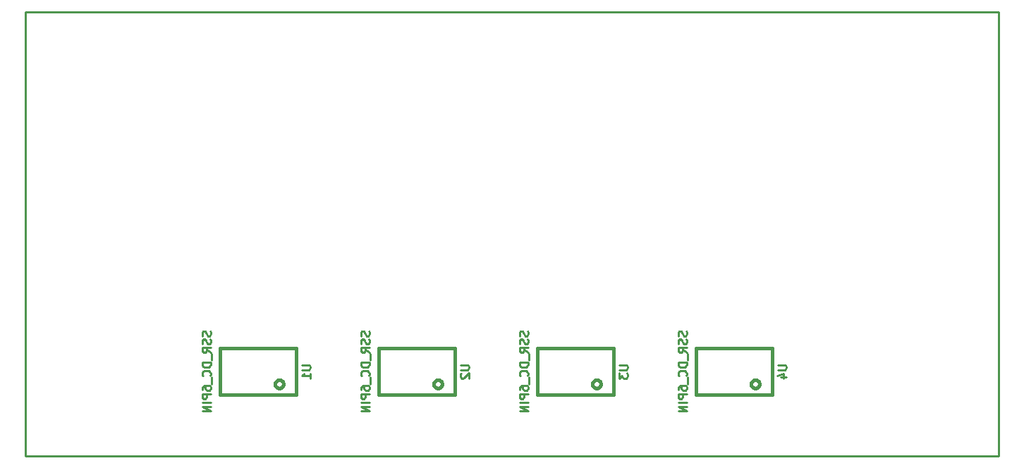
<source format=gbo>
G04 (created by PCBNEW-RS274X (2011-05-25)-stable) date Tue 18 Mar 2014 04:02:36 PM EDT*
G01*
G70*
G90*
%MOIN*%
G04 Gerber Fmt 3.4, Leading zero omitted, Abs format*
%FSLAX34Y34*%
G04 APERTURE LIST*
%ADD10C,0.006000*%
%ADD11C,0.009000*%
%ADD12C,0.015000*%
%ADD13C,0.010000*%
%ADD14C,0.175000*%
%ADD15O,0.080000X0.120000*%
%ADD16C,0.080000*%
%ADD17R,0.070000X0.100000*%
%ADD18C,0.096000*%
%ADD19C,0.160000*%
%ADD20C,0.180000*%
%ADD21R,0.100000X0.100000*%
%ADD22C,0.100000*%
G04 APERTURE END LIST*
G54D10*
G54D11*
X89500Y-51500D02*
X43500Y-51500D01*
X43500Y-30500D02*
X89500Y-30500D01*
X43500Y-30500D02*
X43500Y-51500D01*
X89500Y-51500D02*
X89500Y-30500D01*
G54D12*
X70700Y-48100D02*
X70696Y-48138D01*
X70684Y-48176D01*
X70666Y-48210D01*
X70641Y-48240D01*
X70611Y-48265D01*
X70577Y-48284D01*
X70540Y-48295D01*
X70501Y-48299D01*
X70463Y-48296D01*
X70426Y-48285D01*
X70391Y-48267D01*
X70361Y-48242D01*
X70335Y-48212D01*
X70317Y-48178D01*
X70305Y-48141D01*
X70301Y-48102D01*
X70304Y-48064D01*
X70315Y-48027D01*
X70332Y-47992D01*
X70357Y-47962D01*
X70386Y-47936D01*
X70420Y-47917D01*
X70458Y-47905D01*
X70496Y-47901D01*
X70534Y-47904D01*
X70572Y-47914D01*
X70607Y-47932D01*
X70637Y-47956D01*
X70663Y-47985D01*
X70682Y-48019D01*
X70695Y-48056D01*
X70699Y-48095D01*
X70700Y-48100D01*
X71300Y-48600D02*
X67700Y-48600D01*
X67700Y-48600D02*
X67700Y-46400D01*
X67700Y-46400D02*
X71300Y-46400D01*
X71300Y-46400D02*
X71300Y-48600D01*
X78200Y-48100D02*
X78196Y-48138D01*
X78184Y-48176D01*
X78166Y-48210D01*
X78141Y-48240D01*
X78111Y-48265D01*
X78077Y-48284D01*
X78040Y-48295D01*
X78001Y-48299D01*
X77963Y-48296D01*
X77926Y-48285D01*
X77891Y-48267D01*
X77861Y-48242D01*
X77835Y-48212D01*
X77817Y-48178D01*
X77805Y-48141D01*
X77801Y-48102D01*
X77804Y-48064D01*
X77815Y-48027D01*
X77832Y-47992D01*
X77857Y-47962D01*
X77886Y-47936D01*
X77920Y-47917D01*
X77958Y-47905D01*
X77996Y-47901D01*
X78034Y-47904D01*
X78072Y-47914D01*
X78107Y-47932D01*
X78137Y-47956D01*
X78163Y-47985D01*
X78182Y-48019D01*
X78195Y-48056D01*
X78199Y-48095D01*
X78200Y-48100D01*
X78800Y-48600D02*
X75200Y-48600D01*
X75200Y-48600D02*
X75200Y-46400D01*
X75200Y-46400D02*
X78800Y-46400D01*
X78800Y-46400D02*
X78800Y-48600D01*
X55700Y-48100D02*
X55696Y-48138D01*
X55684Y-48176D01*
X55666Y-48210D01*
X55641Y-48240D01*
X55611Y-48265D01*
X55577Y-48284D01*
X55540Y-48295D01*
X55501Y-48299D01*
X55463Y-48296D01*
X55426Y-48285D01*
X55391Y-48267D01*
X55361Y-48242D01*
X55335Y-48212D01*
X55317Y-48178D01*
X55305Y-48141D01*
X55301Y-48102D01*
X55304Y-48064D01*
X55315Y-48027D01*
X55332Y-47992D01*
X55357Y-47962D01*
X55386Y-47936D01*
X55420Y-47917D01*
X55458Y-47905D01*
X55496Y-47901D01*
X55534Y-47904D01*
X55572Y-47914D01*
X55607Y-47932D01*
X55637Y-47956D01*
X55663Y-47985D01*
X55682Y-48019D01*
X55695Y-48056D01*
X55699Y-48095D01*
X55700Y-48100D01*
X56300Y-48600D02*
X52700Y-48600D01*
X52700Y-48600D02*
X52700Y-46400D01*
X52700Y-46400D02*
X56300Y-46400D01*
X56300Y-46400D02*
X56300Y-48600D01*
X63200Y-48100D02*
X63196Y-48138D01*
X63184Y-48176D01*
X63166Y-48210D01*
X63141Y-48240D01*
X63111Y-48265D01*
X63077Y-48284D01*
X63040Y-48295D01*
X63001Y-48299D01*
X62963Y-48296D01*
X62926Y-48285D01*
X62891Y-48267D01*
X62861Y-48242D01*
X62835Y-48212D01*
X62817Y-48178D01*
X62805Y-48141D01*
X62801Y-48102D01*
X62804Y-48064D01*
X62815Y-48027D01*
X62832Y-47992D01*
X62857Y-47962D01*
X62886Y-47936D01*
X62920Y-47917D01*
X62958Y-47905D01*
X62996Y-47901D01*
X63034Y-47904D01*
X63072Y-47914D01*
X63107Y-47932D01*
X63137Y-47956D01*
X63163Y-47985D01*
X63182Y-48019D01*
X63195Y-48056D01*
X63199Y-48095D01*
X63200Y-48100D01*
X63800Y-48600D02*
X60200Y-48600D01*
X60200Y-48600D02*
X60200Y-46400D01*
X60200Y-46400D02*
X63800Y-46400D01*
X63800Y-46400D02*
X63800Y-48600D01*
G54D13*
X71562Y-47195D02*
X71886Y-47195D01*
X71924Y-47214D01*
X71943Y-47233D01*
X71962Y-47271D01*
X71962Y-47348D01*
X71943Y-47386D01*
X71924Y-47405D01*
X71886Y-47424D01*
X71562Y-47424D01*
X71562Y-47576D02*
X71562Y-47824D01*
X71714Y-47690D01*
X71714Y-47748D01*
X71733Y-47786D01*
X71752Y-47805D01*
X71790Y-47824D01*
X71886Y-47824D01*
X71924Y-47805D01*
X71943Y-47786D01*
X71962Y-47748D01*
X71962Y-47633D01*
X71943Y-47595D01*
X71924Y-47576D01*
X67243Y-45595D02*
X67262Y-45652D01*
X67262Y-45748D01*
X67243Y-45786D01*
X67224Y-45805D01*
X67186Y-45824D01*
X67148Y-45824D01*
X67110Y-45805D01*
X67090Y-45786D01*
X67071Y-45748D01*
X67052Y-45671D01*
X67033Y-45633D01*
X67014Y-45614D01*
X66976Y-45595D01*
X66938Y-45595D01*
X66900Y-45614D01*
X66881Y-45633D01*
X66862Y-45671D01*
X66862Y-45767D01*
X66881Y-45824D01*
X67243Y-45976D02*
X67262Y-46033D01*
X67262Y-46129D01*
X67243Y-46167D01*
X67224Y-46186D01*
X67186Y-46205D01*
X67148Y-46205D01*
X67110Y-46186D01*
X67090Y-46167D01*
X67071Y-46129D01*
X67052Y-46052D01*
X67033Y-46014D01*
X67014Y-45995D01*
X66976Y-45976D01*
X66938Y-45976D01*
X66900Y-45995D01*
X66881Y-46014D01*
X66862Y-46052D01*
X66862Y-46148D01*
X66881Y-46205D01*
X67262Y-46605D02*
X67071Y-46471D01*
X67262Y-46376D02*
X66862Y-46376D01*
X66862Y-46529D01*
X66881Y-46567D01*
X66900Y-46586D01*
X66938Y-46605D01*
X66995Y-46605D01*
X67033Y-46586D01*
X67052Y-46567D01*
X67071Y-46529D01*
X67071Y-46376D01*
X67300Y-46681D02*
X67300Y-46986D01*
X67262Y-47081D02*
X66862Y-47081D01*
X66862Y-47176D01*
X66881Y-47234D01*
X66919Y-47272D01*
X66957Y-47291D01*
X67033Y-47310D01*
X67090Y-47310D01*
X67167Y-47291D01*
X67205Y-47272D01*
X67243Y-47234D01*
X67262Y-47176D01*
X67262Y-47081D01*
X67224Y-47710D02*
X67243Y-47691D01*
X67262Y-47634D01*
X67262Y-47596D01*
X67243Y-47538D01*
X67205Y-47500D01*
X67167Y-47481D01*
X67090Y-47462D01*
X67033Y-47462D01*
X66957Y-47481D01*
X66919Y-47500D01*
X66881Y-47538D01*
X66862Y-47596D01*
X66862Y-47634D01*
X66881Y-47691D01*
X66900Y-47710D01*
X67300Y-47786D02*
X67300Y-48091D01*
X66862Y-48358D02*
X66862Y-48281D01*
X66881Y-48243D01*
X66900Y-48224D01*
X66957Y-48186D01*
X67033Y-48167D01*
X67186Y-48167D01*
X67224Y-48186D01*
X67243Y-48205D01*
X67262Y-48243D01*
X67262Y-48320D01*
X67243Y-48358D01*
X67224Y-48377D01*
X67186Y-48396D01*
X67090Y-48396D01*
X67052Y-48377D01*
X67033Y-48358D01*
X67014Y-48320D01*
X67014Y-48243D01*
X67033Y-48205D01*
X67052Y-48186D01*
X67090Y-48167D01*
X67262Y-48567D02*
X66862Y-48567D01*
X66862Y-48720D01*
X66881Y-48758D01*
X66900Y-48777D01*
X66938Y-48796D01*
X66995Y-48796D01*
X67033Y-48777D01*
X67052Y-48758D01*
X67071Y-48720D01*
X67071Y-48567D01*
X67262Y-48967D02*
X66862Y-48967D01*
X67262Y-49157D02*
X66862Y-49157D01*
X67262Y-49386D01*
X66862Y-49386D01*
X79062Y-47195D02*
X79386Y-47195D01*
X79424Y-47214D01*
X79443Y-47233D01*
X79462Y-47271D01*
X79462Y-47348D01*
X79443Y-47386D01*
X79424Y-47405D01*
X79386Y-47424D01*
X79062Y-47424D01*
X79195Y-47786D02*
X79462Y-47786D01*
X79043Y-47690D02*
X79329Y-47595D01*
X79329Y-47843D01*
X74743Y-45595D02*
X74762Y-45652D01*
X74762Y-45748D01*
X74743Y-45786D01*
X74724Y-45805D01*
X74686Y-45824D01*
X74648Y-45824D01*
X74610Y-45805D01*
X74590Y-45786D01*
X74571Y-45748D01*
X74552Y-45671D01*
X74533Y-45633D01*
X74514Y-45614D01*
X74476Y-45595D01*
X74438Y-45595D01*
X74400Y-45614D01*
X74381Y-45633D01*
X74362Y-45671D01*
X74362Y-45767D01*
X74381Y-45824D01*
X74743Y-45976D02*
X74762Y-46033D01*
X74762Y-46129D01*
X74743Y-46167D01*
X74724Y-46186D01*
X74686Y-46205D01*
X74648Y-46205D01*
X74610Y-46186D01*
X74590Y-46167D01*
X74571Y-46129D01*
X74552Y-46052D01*
X74533Y-46014D01*
X74514Y-45995D01*
X74476Y-45976D01*
X74438Y-45976D01*
X74400Y-45995D01*
X74381Y-46014D01*
X74362Y-46052D01*
X74362Y-46148D01*
X74381Y-46205D01*
X74762Y-46605D02*
X74571Y-46471D01*
X74762Y-46376D02*
X74362Y-46376D01*
X74362Y-46529D01*
X74381Y-46567D01*
X74400Y-46586D01*
X74438Y-46605D01*
X74495Y-46605D01*
X74533Y-46586D01*
X74552Y-46567D01*
X74571Y-46529D01*
X74571Y-46376D01*
X74800Y-46681D02*
X74800Y-46986D01*
X74762Y-47081D02*
X74362Y-47081D01*
X74362Y-47176D01*
X74381Y-47234D01*
X74419Y-47272D01*
X74457Y-47291D01*
X74533Y-47310D01*
X74590Y-47310D01*
X74667Y-47291D01*
X74705Y-47272D01*
X74743Y-47234D01*
X74762Y-47176D01*
X74762Y-47081D01*
X74724Y-47710D02*
X74743Y-47691D01*
X74762Y-47634D01*
X74762Y-47596D01*
X74743Y-47538D01*
X74705Y-47500D01*
X74667Y-47481D01*
X74590Y-47462D01*
X74533Y-47462D01*
X74457Y-47481D01*
X74419Y-47500D01*
X74381Y-47538D01*
X74362Y-47596D01*
X74362Y-47634D01*
X74381Y-47691D01*
X74400Y-47710D01*
X74800Y-47786D02*
X74800Y-48091D01*
X74362Y-48358D02*
X74362Y-48281D01*
X74381Y-48243D01*
X74400Y-48224D01*
X74457Y-48186D01*
X74533Y-48167D01*
X74686Y-48167D01*
X74724Y-48186D01*
X74743Y-48205D01*
X74762Y-48243D01*
X74762Y-48320D01*
X74743Y-48358D01*
X74724Y-48377D01*
X74686Y-48396D01*
X74590Y-48396D01*
X74552Y-48377D01*
X74533Y-48358D01*
X74514Y-48320D01*
X74514Y-48243D01*
X74533Y-48205D01*
X74552Y-48186D01*
X74590Y-48167D01*
X74762Y-48567D02*
X74362Y-48567D01*
X74362Y-48720D01*
X74381Y-48758D01*
X74400Y-48777D01*
X74438Y-48796D01*
X74495Y-48796D01*
X74533Y-48777D01*
X74552Y-48758D01*
X74571Y-48720D01*
X74571Y-48567D01*
X74762Y-48967D02*
X74362Y-48967D01*
X74762Y-49157D02*
X74362Y-49157D01*
X74762Y-49386D01*
X74362Y-49386D01*
X56562Y-47195D02*
X56886Y-47195D01*
X56924Y-47214D01*
X56943Y-47233D01*
X56962Y-47271D01*
X56962Y-47348D01*
X56943Y-47386D01*
X56924Y-47405D01*
X56886Y-47424D01*
X56562Y-47424D01*
X56962Y-47824D02*
X56962Y-47595D01*
X56962Y-47709D02*
X56562Y-47709D01*
X56619Y-47671D01*
X56657Y-47633D01*
X56676Y-47595D01*
X52243Y-45595D02*
X52262Y-45652D01*
X52262Y-45748D01*
X52243Y-45786D01*
X52224Y-45805D01*
X52186Y-45824D01*
X52148Y-45824D01*
X52110Y-45805D01*
X52090Y-45786D01*
X52071Y-45748D01*
X52052Y-45671D01*
X52033Y-45633D01*
X52014Y-45614D01*
X51976Y-45595D01*
X51938Y-45595D01*
X51900Y-45614D01*
X51881Y-45633D01*
X51862Y-45671D01*
X51862Y-45767D01*
X51881Y-45824D01*
X52243Y-45976D02*
X52262Y-46033D01*
X52262Y-46129D01*
X52243Y-46167D01*
X52224Y-46186D01*
X52186Y-46205D01*
X52148Y-46205D01*
X52110Y-46186D01*
X52090Y-46167D01*
X52071Y-46129D01*
X52052Y-46052D01*
X52033Y-46014D01*
X52014Y-45995D01*
X51976Y-45976D01*
X51938Y-45976D01*
X51900Y-45995D01*
X51881Y-46014D01*
X51862Y-46052D01*
X51862Y-46148D01*
X51881Y-46205D01*
X52262Y-46605D02*
X52071Y-46471D01*
X52262Y-46376D02*
X51862Y-46376D01*
X51862Y-46529D01*
X51881Y-46567D01*
X51900Y-46586D01*
X51938Y-46605D01*
X51995Y-46605D01*
X52033Y-46586D01*
X52052Y-46567D01*
X52071Y-46529D01*
X52071Y-46376D01*
X52300Y-46681D02*
X52300Y-46986D01*
X52262Y-47081D02*
X51862Y-47081D01*
X51862Y-47176D01*
X51881Y-47234D01*
X51919Y-47272D01*
X51957Y-47291D01*
X52033Y-47310D01*
X52090Y-47310D01*
X52167Y-47291D01*
X52205Y-47272D01*
X52243Y-47234D01*
X52262Y-47176D01*
X52262Y-47081D01*
X52224Y-47710D02*
X52243Y-47691D01*
X52262Y-47634D01*
X52262Y-47596D01*
X52243Y-47538D01*
X52205Y-47500D01*
X52167Y-47481D01*
X52090Y-47462D01*
X52033Y-47462D01*
X51957Y-47481D01*
X51919Y-47500D01*
X51881Y-47538D01*
X51862Y-47596D01*
X51862Y-47634D01*
X51881Y-47691D01*
X51900Y-47710D01*
X52300Y-47786D02*
X52300Y-48091D01*
X51862Y-48358D02*
X51862Y-48281D01*
X51881Y-48243D01*
X51900Y-48224D01*
X51957Y-48186D01*
X52033Y-48167D01*
X52186Y-48167D01*
X52224Y-48186D01*
X52243Y-48205D01*
X52262Y-48243D01*
X52262Y-48320D01*
X52243Y-48358D01*
X52224Y-48377D01*
X52186Y-48396D01*
X52090Y-48396D01*
X52052Y-48377D01*
X52033Y-48358D01*
X52014Y-48320D01*
X52014Y-48243D01*
X52033Y-48205D01*
X52052Y-48186D01*
X52090Y-48167D01*
X52262Y-48567D02*
X51862Y-48567D01*
X51862Y-48720D01*
X51881Y-48758D01*
X51900Y-48777D01*
X51938Y-48796D01*
X51995Y-48796D01*
X52033Y-48777D01*
X52052Y-48758D01*
X52071Y-48720D01*
X52071Y-48567D01*
X52262Y-48967D02*
X51862Y-48967D01*
X52262Y-49157D02*
X51862Y-49157D01*
X52262Y-49386D01*
X51862Y-49386D01*
X64062Y-47195D02*
X64386Y-47195D01*
X64424Y-47214D01*
X64443Y-47233D01*
X64462Y-47271D01*
X64462Y-47348D01*
X64443Y-47386D01*
X64424Y-47405D01*
X64386Y-47424D01*
X64062Y-47424D01*
X64100Y-47595D02*
X64081Y-47614D01*
X64062Y-47652D01*
X64062Y-47748D01*
X64081Y-47786D01*
X64100Y-47805D01*
X64138Y-47824D01*
X64176Y-47824D01*
X64233Y-47805D01*
X64462Y-47576D01*
X64462Y-47824D01*
X59743Y-45595D02*
X59762Y-45652D01*
X59762Y-45748D01*
X59743Y-45786D01*
X59724Y-45805D01*
X59686Y-45824D01*
X59648Y-45824D01*
X59610Y-45805D01*
X59590Y-45786D01*
X59571Y-45748D01*
X59552Y-45671D01*
X59533Y-45633D01*
X59514Y-45614D01*
X59476Y-45595D01*
X59438Y-45595D01*
X59400Y-45614D01*
X59381Y-45633D01*
X59362Y-45671D01*
X59362Y-45767D01*
X59381Y-45824D01*
X59743Y-45976D02*
X59762Y-46033D01*
X59762Y-46129D01*
X59743Y-46167D01*
X59724Y-46186D01*
X59686Y-46205D01*
X59648Y-46205D01*
X59610Y-46186D01*
X59590Y-46167D01*
X59571Y-46129D01*
X59552Y-46052D01*
X59533Y-46014D01*
X59514Y-45995D01*
X59476Y-45976D01*
X59438Y-45976D01*
X59400Y-45995D01*
X59381Y-46014D01*
X59362Y-46052D01*
X59362Y-46148D01*
X59381Y-46205D01*
X59762Y-46605D02*
X59571Y-46471D01*
X59762Y-46376D02*
X59362Y-46376D01*
X59362Y-46529D01*
X59381Y-46567D01*
X59400Y-46586D01*
X59438Y-46605D01*
X59495Y-46605D01*
X59533Y-46586D01*
X59552Y-46567D01*
X59571Y-46529D01*
X59571Y-46376D01*
X59800Y-46681D02*
X59800Y-46986D01*
X59762Y-47081D02*
X59362Y-47081D01*
X59362Y-47176D01*
X59381Y-47234D01*
X59419Y-47272D01*
X59457Y-47291D01*
X59533Y-47310D01*
X59590Y-47310D01*
X59667Y-47291D01*
X59705Y-47272D01*
X59743Y-47234D01*
X59762Y-47176D01*
X59762Y-47081D01*
X59724Y-47710D02*
X59743Y-47691D01*
X59762Y-47634D01*
X59762Y-47596D01*
X59743Y-47538D01*
X59705Y-47500D01*
X59667Y-47481D01*
X59590Y-47462D01*
X59533Y-47462D01*
X59457Y-47481D01*
X59419Y-47500D01*
X59381Y-47538D01*
X59362Y-47596D01*
X59362Y-47634D01*
X59381Y-47691D01*
X59400Y-47710D01*
X59800Y-47786D02*
X59800Y-48091D01*
X59362Y-48358D02*
X59362Y-48281D01*
X59381Y-48243D01*
X59400Y-48224D01*
X59457Y-48186D01*
X59533Y-48167D01*
X59686Y-48167D01*
X59724Y-48186D01*
X59743Y-48205D01*
X59762Y-48243D01*
X59762Y-48320D01*
X59743Y-48358D01*
X59724Y-48377D01*
X59686Y-48396D01*
X59590Y-48396D01*
X59552Y-48377D01*
X59533Y-48358D01*
X59514Y-48320D01*
X59514Y-48243D01*
X59533Y-48205D01*
X59552Y-48186D01*
X59590Y-48167D01*
X59762Y-48567D02*
X59362Y-48567D01*
X59362Y-48720D01*
X59381Y-48758D01*
X59400Y-48777D01*
X59438Y-48796D01*
X59495Y-48796D01*
X59533Y-48777D01*
X59552Y-48758D01*
X59571Y-48720D01*
X59571Y-48567D01*
X59762Y-48967D02*
X59362Y-48967D01*
X59762Y-49157D02*
X59362Y-49157D01*
X59762Y-49386D01*
X59362Y-49386D01*
%LPC*%
G54D14*
X50500Y-50500D03*
X51000Y-31500D03*
X83000Y-50500D03*
X80500Y-31500D03*
G54D15*
X56000Y-50500D03*
X57000Y-50500D03*
X58000Y-50500D03*
X59000Y-50500D03*
X60000Y-50500D03*
X61000Y-50500D03*
X62000Y-50500D03*
X63000Y-50500D03*
X65000Y-50500D03*
X66000Y-50500D03*
X67000Y-50500D03*
X68000Y-50500D03*
X69000Y-50500D03*
X70000Y-50500D03*
X71000Y-50500D03*
X72000Y-50500D03*
X74000Y-50500D03*
X75000Y-50500D03*
X76000Y-50500D03*
X77000Y-50500D03*
X78000Y-50500D03*
X79000Y-50500D03*
X80000Y-50500D03*
X81000Y-50500D03*
X52400Y-31500D03*
X53400Y-31500D03*
X54400Y-31500D03*
X55400Y-31500D03*
X56400Y-31500D03*
X57400Y-31500D03*
X58400Y-31500D03*
X59400Y-31500D03*
X60400Y-31500D03*
X61400Y-31500D03*
X63000Y-31500D03*
X70000Y-31500D03*
X69000Y-31500D03*
X68000Y-31500D03*
X67000Y-31500D03*
X66000Y-31500D03*
X65000Y-31500D03*
X64000Y-31500D03*
X72000Y-31500D03*
X73000Y-31500D03*
X74000Y-31500D03*
X75000Y-31500D03*
X76000Y-31500D03*
X77000Y-31500D03*
X78000Y-31500D03*
X79000Y-31500D03*
G54D16*
X82000Y-31500D03*
X83000Y-31500D03*
X82000Y-32500D03*
X83000Y-32500D03*
X82000Y-33500D03*
X83000Y-33500D03*
X82000Y-34500D03*
X83000Y-34500D03*
X82000Y-35500D03*
X83000Y-35500D03*
X82000Y-36500D03*
X83000Y-36500D03*
X82000Y-37500D03*
X83000Y-37500D03*
X82000Y-38500D03*
X83000Y-38500D03*
X82000Y-39500D03*
X83000Y-39500D03*
X82000Y-40500D03*
X83000Y-40500D03*
X82000Y-41500D03*
X83000Y-41500D03*
X82000Y-42500D03*
X83000Y-42500D03*
X82000Y-43500D03*
X83000Y-43500D03*
X82000Y-44500D03*
X83000Y-44500D03*
X82000Y-45500D03*
X83000Y-45500D03*
X82000Y-46500D03*
X83000Y-46500D03*
X82000Y-47500D03*
X83000Y-47500D03*
X82000Y-48500D03*
X83000Y-48500D03*
G54D17*
X70500Y-49250D03*
X69500Y-49250D03*
X68500Y-49250D03*
X68500Y-45750D03*
X69500Y-45750D03*
X70500Y-45750D03*
X78000Y-49250D03*
X77000Y-49250D03*
X76000Y-49250D03*
X76000Y-45750D03*
X77000Y-45750D03*
X78000Y-45750D03*
G54D18*
X88320Y-41000D03*
G54D19*
X87140Y-41000D03*
G54D20*
X84780Y-41000D03*
G54D19*
X87530Y-39230D03*
X87530Y-42770D03*
G54D17*
X55500Y-49250D03*
X54500Y-49250D03*
X53500Y-49250D03*
X53500Y-45750D03*
X54500Y-45750D03*
X55500Y-45750D03*
X63000Y-49250D03*
X62000Y-49250D03*
X61000Y-49250D03*
X61000Y-45750D03*
X62000Y-45750D03*
X63000Y-45750D03*
G54D21*
X53000Y-44500D03*
G54D22*
X54000Y-44500D03*
X55000Y-44500D03*
X56000Y-44500D03*
X56000Y-37500D03*
X53000Y-37500D03*
G54D21*
X60500Y-44500D03*
G54D22*
X61500Y-44500D03*
X62500Y-44500D03*
X63500Y-44500D03*
X63500Y-37500D03*
X60500Y-37500D03*
G54D21*
X68000Y-44500D03*
G54D22*
X69000Y-44500D03*
X70000Y-44500D03*
X71000Y-44500D03*
X71000Y-37500D03*
X68000Y-37500D03*
G54D21*
X75500Y-44500D03*
G54D22*
X76500Y-44500D03*
X77500Y-44500D03*
X78500Y-44500D03*
X78500Y-37500D03*
X75500Y-37500D03*
G54D21*
X76250Y-34250D03*
G54D22*
X77750Y-34250D03*
G54D21*
X68750Y-34250D03*
G54D22*
X70250Y-34250D03*
G54D21*
X61250Y-34250D03*
G54D22*
X62750Y-34250D03*
G54D21*
X53750Y-34250D03*
G54D22*
X55250Y-34250D03*
M02*

</source>
